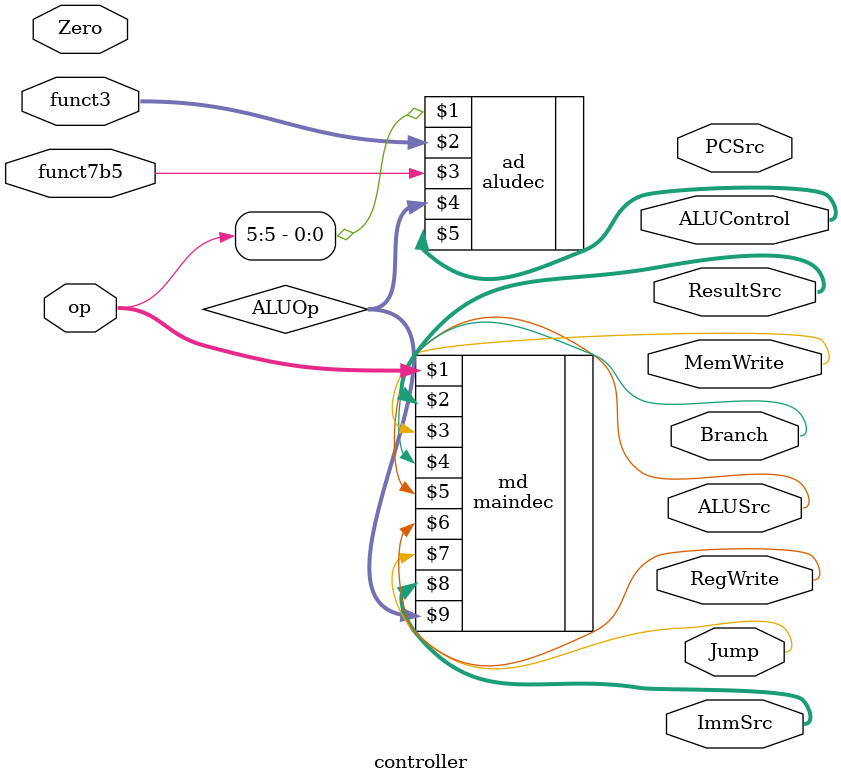
<source format=sv>
module controller(input logic [6:0] op,
 input logic [2:0] funct3,
 input logic funct7b5,
 input logic Zero,
 output logic [1:0] ResultSrc,
 output logic MemWrite,
 output logic PCSrc, ALUSrc,
 output logic RegWrite, Jump, Branch,
 output logic [1:0] ImmSrc,
 output logic [2:0] ALUControl);

  logic [1:0] ALUOp;

  maindec md(op, ResultSrc, MemWrite, Branch,ALUSrc, RegWrite, Jump, ImmSrc, ALUOp);

  aludec ad(op[5], funct3, funct7b5, ALUOp, ALUControl);

endmodule

</source>
